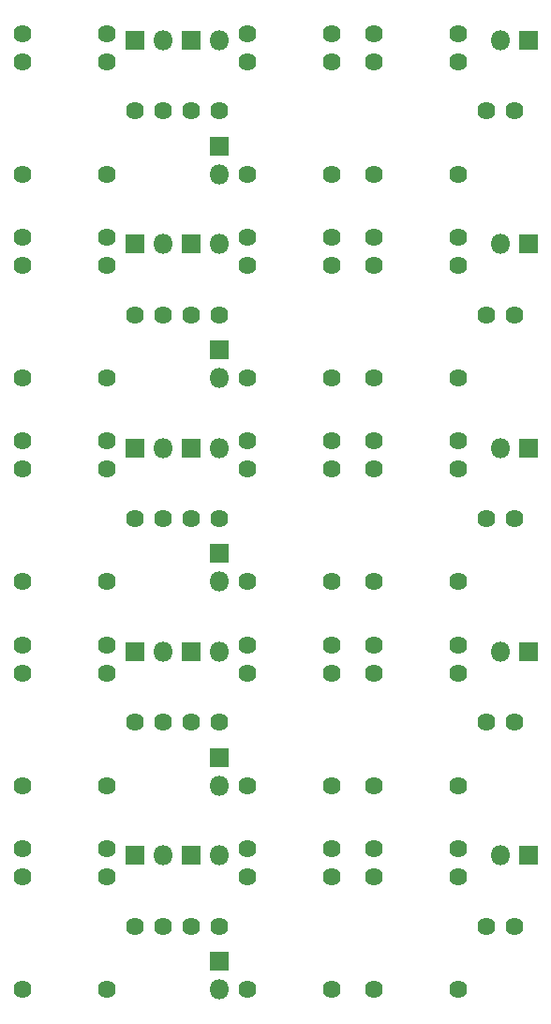
<source format=gts>
G04 #@! TF.GenerationSoftware,KiCad,Pcbnew,(5.1.6)-1*
G04 #@! TF.CreationDate,2020-06-25T08:47:51+09:00*
G04 #@! TF.ProjectId,4P-AND,34502d41-4e44-42e6-9b69-6361645f7063,rev?*
G04 #@! TF.SameCoordinates,Original*
G04 #@! TF.FileFunction,Soldermask,Top*
G04 #@! TF.FilePolarity,Negative*
%FSLAX46Y46*%
G04 Gerber Fmt 4.6, Leading zero omitted, Abs format (unit mm)*
G04 Created by KiCad (PCBNEW (5.1.6)-1) date 2020-06-25 08:47:51*
%MOMM*%
%LPD*%
G01*
G04 APERTURE LIST*
%ADD10R,1.800000X1.800000*%
%ADD11O,1.800000X1.800000*%
%ADD12C,1.624000*%
G04 APERTURE END LIST*
D10*
X77470000Y-107260000D03*
D11*
X74930000Y-107260000D03*
D10*
X77470000Y-88850000D03*
D11*
X74930000Y-88850000D03*
D10*
X77470000Y-70440000D03*
D11*
X74930000Y-70440000D03*
D10*
X77470000Y-52030000D03*
D11*
X74930000Y-52030000D03*
D12*
X71120000Y-119360000D03*
X63500000Y-119360000D03*
X63500000Y-109200000D03*
X71120000Y-109200000D03*
X71120000Y-106660000D03*
X63500000Y-106660000D03*
X71120000Y-100950000D03*
X63500000Y-100950000D03*
X63500000Y-90790000D03*
X71120000Y-90790000D03*
X71120000Y-88250000D03*
X63500000Y-88250000D03*
X71120000Y-82540000D03*
X63500000Y-82540000D03*
X63500000Y-72380000D03*
X71120000Y-72380000D03*
X71120000Y-69840000D03*
X63500000Y-69840000D03*
X71120000Y-64130000D03*
X63500000Y-64130000D03*
X63500000Y-53970000D03*
X71120000Y-53970000D03*
X71120000Y-51430000D03*
X63500000Y-51430000D03*
X44450000Y-113645000D03*
X41910000Y-113645000D03*
X44450000Y-95235000D03*
X41910000Y-95235000D03*
X44450000Y-76825000D03*
X41910000Y-76825000D03*
X44450000Y-58415000D03*
X41910000Y-58415000D03*
X49530000Y-113645000D03*
X46990000Y-113645000D03*
X49530000Y-95235000D03*
X46990000Y-95235000D03*
X49530000Y-76825000D03*
X46990000Y-76825000D03*
X49530000Y-58415000D03*
X46990000Y-58415000D03*
X59690000Y-119360000D03*
X52070000Y-119360000D03*
X52070000Y-109200000D03*
X59690000Y-109200000D03*
X59690000Y-106660000D03*
X52070000Y-106660000D03*
X59690000Y-100950000D03*
X52070000Y-100950000D03*
X52070000Y-90790000D03*
X59690000Y-90790000D03*
X59690000Y-88250000D03*
X52070000Y-88250000D03*
X59690000Y-82540000D03*
X52070000Y-82540000D03*
X52070000Y-72380000D03*
X59690000Y-72380000D03*
X59690000Y-69840000D03*
X52070000Y-69840000D03*
X59690000Y-64130000D03*
X52070000Y-64130000D03*
X52070000Y-53970000D03*
X59690000Y-53970000D03*
X59690000Y-51430000D03*
X52070000Y-51430000D03*
X76200000Y-113645000D03*
X73660000Y-113645000D03*
X76200000Y-95235000D03*
X73660000Y-95235000D03*
X76200000Y-76825000D03*
X73660000Y-76825000D03*
X76200000Y-58415000D03*
X73660000Y-58415000D03*
D10*
X41910000Y-107260000D03*
D11*
X44450000Y-107260000D03*
D10*
X41910000Y-88850000D03*
D11*
X44450000Y-88850000D03*
D10*
X41910000Y-70440000D03*
D11*
X44450000Y-70440000D03*
D10*
X41910000Y-52030000D03*
D11*
X44450000Y-52030000D03*
D10*
X46990000Y-107260000D03*
D11*
X49530000Y-107260000D03*
D10*
X46990000Y-88850000D03*
D11*
X49530000Y-88850000D03*
D10*
X46990000Y-70440000D03*
D11*
X49530000Y-70440000D03*
D10*
X46990000Y-52030000D03*
D11*
X49530000Y-52030000D03*
D10*
X49530000Y-116820000D03*
D11*
X49530000Y-119360000D03*
D10*
X49530000Y-98410000D03*
D11*
X49530000Y-100950000D03*
D10*
X49530000Y-80000000D03*
D11*
X49530000Y-82540000D03*
D10*
X49530000Y-61590000D03*
D11*
X49530000Y-64130000D03*
D12*
X39370000Y-119360000D03*
X31750000Y-119360000D03*
X31750000Y-109200000D03*
X39370000Y-109200000D03*
X39370000Y-106660000D03*
X31750000Y-106660000D03*
X39370000Y-100950000D03*
X31750000Y-100950000D03*
X31750000Y-90790000D03*
X39370000Y-90790000D03*
X39370000Y-88250000D03*
X31750000Y-88250000D03*
X39370000Y-82540000D03*
X31750000Y-82540000D03*
X31750000Y-72380000D03*
X39370000Y-72380000D03*
X39370000Y-69840000D03*
X31750000Y-69840000D03*
X39370000Y-64130000D03*
X31750000Y-64130000D03*
X31750000Y-53970000D03*
X39370000Y-53970000D03*
X39370000Y-51430000D03*
X31750000Y-51430000D03*
X63500000Y-33020000D03*
X71120000Y-33020000D03*
X71120000Y-35560000D03*
X63500000Y-35560000D03*
X63500000Y-45720000D03*
X71120000Y-45720000D03*
X52070000Y-33020000D03*
X59690000Y-33020000D03*
X59690000Y-35560000D03*
X52070000Y-35560000D03*
X52070000Y-45720000D03*
X59690000Y-45720000D03*
X31750000Y-33020000D03*
X39370000Y-33020000D03*
X39370000Y-35560000D03*
X31750000Y-35560000D03*
X31750000Y-45720000D03*
X39370000Y-45720000D03*
D11*
X49530000Y-45720000D03*
D10*
X49530000Y-43180000D03*
D11*
X74930000Y-33620000D03*
D10*
X77470000Y-33620000D03*
D11*
X49530000Y-33620000D03*
D10*
X46990000Y-33620000D03*
D11*
X44450000Y-33620000D03*
D10*
X41910000Y-33620000D03*
D12*
X73660000Y-40005000D03*
X76200000Y-40005000D03*
X46990000Y-40005000D03*
X49530000Y-40005000D03*
X41910000Y-40005000D03*
X44450000Y-40005000D03*
M02*

</source>
